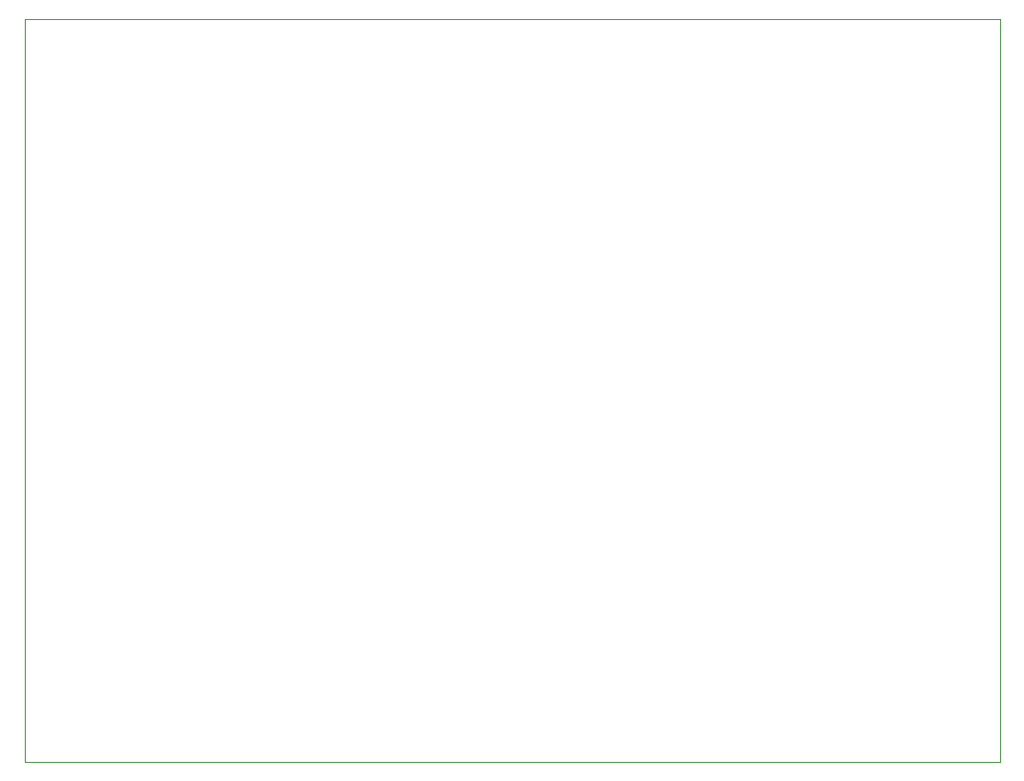
<source format=gbr>
%TF.GenerationSoftware,KiCad,Pcbnew,9.0.5*%
%TF.CreationDate,2026-02-14T18:46:13+01:00*%
%TF.ProjectId,DriveAssist_Kicad,44726976-6541-4737-9369-73745f4b6963,1.0*%
%TF.SameCoordinates,Original*%
%TF.FileFunction,Profile,NP*%
%FSLAX46Y46*%
G04 Gerber Fmt 4.6, Leading zero omitted, Abs format (unit mm)*
G04 Created by KiCad (PCBNEW 9.0.5) date 2026-02-14 18:46:13*
%MOMM*%
%LPD*%
G01*
G04 APERTURE LIST*
%TA.AperFunction,Profile*%
%ADD10C,0.050000*%
%TD*%
G04 APERTURE END LIST*
D10*
X108675000Y-64670000D02*
X195175000Y-64670000D01*
X195175000Y-130670000D01*
X108675000Y-130670000D01*
X108675000Y-64670000D01*
M02*

</source>
